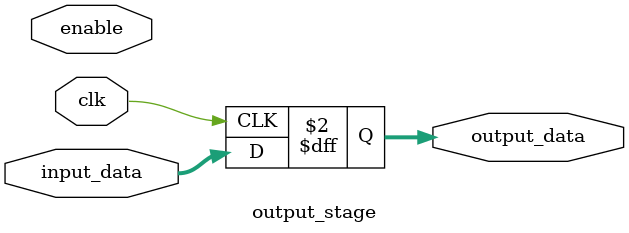
<source format=sv>
module shadow_reg_no_reset #(parameter WIDTH=4) (
    input clk, enable,
    input [WIDTH-1:0] input_data,
    output [WIDTH-1:0] output_data
);

    // Instantiate pipeline stages
    wire [WIDTH-1:0] stage1_output;
    wire [WIDTH-1:0] stage2_output;

    // Stage 1: Input Capture
    input_capture_stage #(WIDTH) stage1 (
        .clk(clk),
        .enable(enable),
        .input_data(input_data),
        .output_data(stage1_output)
    );

    // Stage 2: Intermediate Stage
    intermediate_stage #(WIDTH) stage2 (
        .clk(clk),
        .enable(stage1_output),
        .input_data(stage1_output),
        .output_data(stage2_output)
    );

    // Stage 3: Pre-output Stage
    output_stage #(WIDTH) stage3 (
        .clk(clk),
        .enable(stage2_output),
        .input_data(stage2_output),
        .output_data(output_data)
    );

endmodule

// Stage 1: Input Capture Module
module input_capture_stage #(parameter WIDTH=4) (
    input clk, enable,
    input [WIDTH-1:0] input_data,
    output reg [WIDTH-1:0] output_data
);
    always @(posedge clk) begin
        output_data <= enable ? input_data : output_data;
    end
endmodule

// Stage 2: Intermediate Stage Module
module intermediate_stage #(parameter WIDTH=4) (
    input clk, enable,
    input [WIDTH-1:0] input_data,
    output reg [WIDTH-1:0] output_data
);
    always @(posedge clk) begin
        output_data <= enable ? input_data : output_data;
    end
endmodule

// Stage 3: Output Stage Module
module output_stage #(parameter WIDTH=4) (
    input clk, enable,
    input [WIDTH-1:0] input_data,
    output reg [WIDTH-1:0] output_data
);
    always @(posedge clk) begin
        output_data <= input_data;
    end
endmodule
</source>
